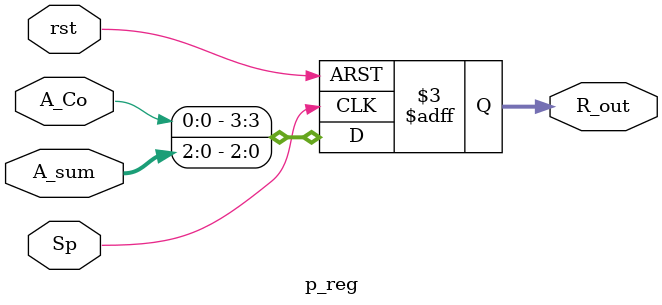
<source format=v>
module p_reg(Sp, A_Co, A_sum, rst, R_out);
    input Sp; 
    input A_Co;
    input [2:0] A_sum;
	 input rst; //add in datapath
    output reg [3:0] R_out; 
	 
    
    always @(posedge Sp or negedge rst) begin
		if (~rst) begin
			R_out <= 4'b0000;
		end 
		else begin
			R_out <= {A_Co, A_sum}; // Concatenate A_Co and A_sum into R_out
		end
	end
endmodule

</source>
